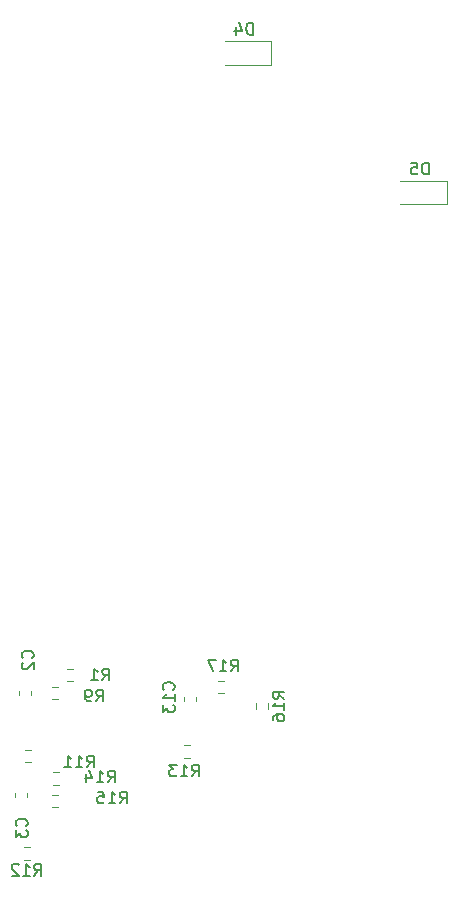
<source format=gbr>
%TF.GenerationSoftware,KiCad,Pcbnew,(6.0.1)*%
%TF.CreationDate,2022-02-14T12:03:47-05:00*%
%TF.ProjectId,rear-control-board,72656172-2d63-46f6-9e74-726f6c2d626f,rev?*%
%TF.SameCoordinates,Original*%
%TF.FileFunction,Legend,Bot*%
%TF.FilePolarity,Positive*%
%FSLAX46Y46*%
G04 Gerber Fmt 4.6, Leading zero omitted, Abs format (unit mm)*
G04 Created by KiCad (PCBNEW (6.0.1)) date 2022-02-14 12:03:47*
%MOMM*%
%LPD*%
G01*
G04 APERTURE LIST*
%ADD10C,0.150000*%
%ADD11C,0.120000*%
G04 APERTURE END LIST*
D10*
%TO.C,D5*%
X130629095Y-48539380D02*
X130629095Y-47539380D01*
X130391000Y-47539380D01*
X130248142Y-47587000D01*
X130152904Y-47682238D01*
X130105285Y-47777476D01*
X130057666Y-47967952D01*
X130057666Y-48110809D01*
X130105285Y-48301285D01*
X130152904Y-48396523D01*
X130248142Y-48491761D01*
X130391000Y-48539380D01*
X130629095Y-48539380D01*
X129152904Y-47539380D02*
X129629095Y-47539380D01*
X129676714Y-48015571D01*
X129629095Y-47967952D01*
X129533857Y-47920333D01*
X129295761Y-47920333D01*
X129200523Y-47967952D01*
X129152904Y-48015571D01*
X129105285Y-48110809D01*
X129105285Y-48348904D01*
X129152904Y-48444142D01*
X129200523Y-48491761D01*
X129295761Y-48539380D01*
X129533857Y-48539380D01*
X129629095Y-48491761D01*
X129676714Y-48444142D01*
%TO.C,D4*%
X115739095Y-36699380D02*
X115739095Y-35699380D01*
X115501000Y-35699380D01*
X115358142Y-35747000D01*
X115262904Y-35842238D01*
X115215285Y-35937476D01*
X115167666Y-36127952D01*
X115167666Y-36270809D01*
X115215285Y-36461285D01*
X115262904Y-36556523D01*
X115358142Y-36651761D01*
X115501000Y-36699380D01*
X115739095Y-36699380D01*
X114310523Y-36032714D02*
X114310523Y-36699380D01*
X114548619Y-35651761D02*
X114786714Y-36366047D01*
X114167666Y-36366047D01*
%TO.C,C2*%
X97082142Y-89488333D02*
X97129761Y-89440714D01*
X97177380Y-89297857D01*
X97177380Y-89202619D01*
X97129761Y-89059761D01*
X97034523Y-88964523D01*
X96939285Y-88916904D01*
X96748809Y-88869285D01*
X96605952Y-88869285D01*
X96415476Y-88916904D01*
X96320238Y-88964523D01*
X96225000Y-89059761D01*
X96177380Y-89202619D01*
X96177380Y-89297857D01*
X96225000Y-89440714D01*
X96272619Y-89488333D01*
X96272619Y-89869285D02*
X96225000Y-89916904D01*
X96177380Y-90012142D01*
X96177380Y-90250238D01*
X96225000Y-90345476D01*
X96272619Y-90393095D01*
X96367857Y-90440714D01*
X96463095Y-90440714D01*
X96605952Y-90393095D01*
X97177380Y-89821666D01*
X97177380Y-90440714D01*
%TO.C,R11*%
X101685857Y-98743380D02*
X102019190Y-98267190D01*
X102257285Y-98743380D02*
X102257285Y-97743380D01*
X101876333Y-97743380D01*
X101781095Y-97791000D01*
X101733476Y-97838619D01*
X101685857Y-97933857D01*
X101685857Y-98076714D01*
X101733476Y-98171952D01*
X101781095Y-98219571D01*
X101876333Y-98267190D01*
X102257285Y-98267190D01*
X100733476Y-98743380D02*
X101304904Y-98743380D01*
X101019190Y-98743380D02*
X101019190Y-97743380D01*
X101114428Y-97886238D01*
X101209666Y-97981476D01*
X101304904Y-98029095D01*
X99781095Y-98743380D02*
X100352523Y-98743380D01*
X100066809Y-98743380D02*
X100066809Y-97743380D01*
X100162047Y-97886238D01*
X100257285Y-97981476D01*
X100352523Y-98029095D01*
%TO.C,R13*%
X110575857Y-99505380D02*
X110909190Y-99029190D01*
X111147285Y-99505380D02*
X111147285Y-98505380D01*
X110766333Y-98505380D01*
X110671095Y-98553000D01*
X110623476Y-98600619D01*
X110575857Y-98695857D01*
X110575857Y-98838714D01*
X110623476Y-98933952D01*
X110671095Y-98981571D01*
X110766333Y-99029190D01*
X111147285Y-99029190D01*
X109623476Y-99505380D02*
X110194904Y-99505380D01*
X109909190Y-99505380D02*
X109909190Y-98505380D01*
X110004428Y-98648238D01*
X110099666Y-98743476D01*
X110194904Y-98791095D01*
X109290142Y-98505380D02*
X108671095Y-98505380D01*
X109004428Y-98886333D01*
X108861571Y-98886333D01*
X108766333Y-98933952D01*
X108718714Y-98981571D01*
X108671095Y-99076809D01*
X108671095Y-99314904D01*
X108718714Y-99410142D01*
X108766333Y-99457761D01*
X108861571Y-99505380D01*
X109147285Y-99505380D01*
X109242523Y-99457761D01*
X109290142Y-99410142D01*
%TO.C,R17*%
X113877857Y-90615380D02*
X114211190Y-90139190D01*
X114449285Y-90615380D02*
X114449285Y-89615380D01*
X114068333Y-89615380D01*
X113973095Y-89663000D01*
X113925476Y-89710619D01*
X113877857Y-89805857D01*
X113877857Y-89948714D01*
X113925476Y-90043952D01*
X113973095Y-90091571D01*
X114068333Y-90139190D01*
X114449285Y-90139190D01*
X112925476Y-90615380D02*
X113496904Y-90615380D01*
X113211190Y-90615380D02*
X113211190Y-89615380D01*
X113306428Y-89758238D01*
X113401666Y-89853476D01*
X113496904Y-89901095D01*
X112592142Y-89615380D02*
X111925476Y-89615380D01*
X112354047Y-90615380D01*
%TO.C,C3*%
X96574142Y-103712333D02*
X96621761Y-103664714D01*
X96669380Y-103521857D01*
X96669380Y-103426619D01*
X96621761Y-103283761D01*
X96526523Y-103188523D01*
X96431285Y-103140904D01*
X96240809Y-103093285D01*
X96097952Y-103093285D01*
X95907476Y-103140904D01*
X95812238Y-103188523D01*
X95717000Y-103283761D01*
X95669380Y-103426619D01*
X95669380Y-103521857D01*
X95717000Y-103664714D01*
X95764619Y-103712333D01*
X95669380Y-104045666D02*
X95669380Y-104664714D01*
X96050333Y-104331380D01*
X96050333Y-104474238D01*
X96097952Y-104569476D01*
X96145571Y-104617095D01*
X96240809Y-104664714D01*
X96478904Y-104664714D01*
X96574142Y-104617095D01*
X96621761Y-104569476D01*
X96669380Y-104474238D01*
X96669380Y-104188523D01*
X96621761Y-104093285D01*
X96574142Y-104045666D01*
%TO.C,R14*%
X103463857Y-100013380D02*
X103797190Y-99537190D01*
X104035285Y-100013380D02*
X104035285Y-99013380D01*
X103654333Y-99013380D01*
X103559095Y-99061000D01*
X103511476Y-99108619D01*
X103463857Y-99203857D01*
X103463857Y-99346714D01*
X103511476Y-99441952D01*
X103559095Y-99489571D01*
X103654333Y-99537190D01*
X104035285Y-99537190D01*
X102511476Y-100013380D02*
X103082904Y-100013380D01*
X102797190Y-100013380D02*
X102797190Y-99013380D01*
X102892428Y-99156238D01*
X102987666Y-99251476D01*
X103082904Y-99299095D01*
X101654333Y-99346714D02*
X101654333Y-100013380D01*
X101892428Y-98965761D02*
X102130523Y-99680047D01*
X101511476Y-99680047D01*
%TO.C,R16*%
X118419380Y-92925642D02*
X117943190Y-92592309D01*
X118419380Y-92354214D02*
X117419380Y-92354214D01*
X117419380Y-92735166D01*
X117467000Y-92830404D01*
X117514619Y-92878023D01*
X117609857Y-92925642D01*
X117752714Y-92925642D01*
X117847952Y-92878023D01*
X117895571Y-92830404D01*
X117943190Y-92735166D01*
X117943190Y-92354214D01*
X118419380Y-93878023D02*
X118419380Y-93306595D01*
X118419380Y-93592309D02*
X117419380Y-93592309D01*
X117562238Y-93497071D01*
X117657476Y-93401833D01*
X117705095Y-93306595D01*
X117419380Y-94735166D02*
X117419380Y-94544690D01*
X117467000Y-94449452D01*
X117514619Y-94401833D01*
X117657476Y-94306595D01*
X117847952Y-94258976D01*
X118228904Y-94258976D01*
X118324142Y-94306595D01*
X118371761Y-94354214D01*
X118419380Y-94449452D01*
X118419380Y-94639928D01*
X118371761Y-94735166D01*
X118324142Y-94782785D01*
X118228904Y-94830404D01*
X117990809Y-94830404D01*
X117895571Y-94782785D01*
X117847952Y-94735166D01*
X117800333Y-94639928D01*
X117800333Y-94449452D01*
X117847952Y-94354214D01*
X117895571Y-94306595D01*
X117990809Y-94258976D01*
%TO.C,R15*%
X104479857Y-101791380D02*
X104813190Y-101315190D01*
X105051285Y-101791380D02*
X105051285Y-100791380D01*
X104670333Y-100791380D01*
X104575095Y-100839000D01*
X104527476Y-100886619D01*
X104479857Y-100981857D01*
X104479857Y-101124714D01*
X104527476Y-101219952D01*
X104575095Y-101267571D01*
X104670333Y-101315190D01*
X105051285Y-101315190D01*
X103527476Y-101791380D02*
X104098904Y-101791380D01*
X103813190Y-101791380D02*
X103813190Y-100791380D01*
X103908428Y-100934238D01*
X104003666Y-101029476D01*
X104098904Y-101077095D01*
X102622714Y-100791380D02*
X103098904Y-100791380D01*
X103146523Y-101267571D01*
X103098904Y-101219952D01*
X103003666Y-101172333D01*
X102765571Y-101172333D01*
X102670333Y-101219952D01*
X102622714Y-101267571D01*
X102575095Y-101362809D01*
X102575095Y-101600904D01*
X102622714Y-101696142D01*
X102670333Y-101743761D01*
X102765571Y-101791380D01*
X103003666Y-101791380D01*
X103098904Y-101743761D01*
X103146523Y-101696142D01*
%TO.C,R1*%
X102987666Y-91377380D02*
X103321000Y-90901190D01*
X103559095Y-91377380D02*
X103559095Y-90377380D01*
X103178142Y-90377380D01*
X103082904Y-90425000D01*
X103035285Y-90472619D01*
X102987666Y-90567857D01*
X102987666Y-90710714D01*
X103035285Y-90805952D01*
X103082904Y-90853571D01*
X103178142Y-90901190D01*
X103559095Y-90901190D01*
X102035285Y-91377380D02*
X102606714Y-91377380D01*
X102321000Y-91377380D02*
X102321000Y-90377380D01*
X102416238Y-90520238D01*
X102511476Y-90615476D01*
X102606714Y-90663095D01*
%TO.C,C13*%
X109020142Y-92167875D02*
X109067761Y-92120256D01*
X109115380Y-91977399D01*
X109115380Y-91882161D01*
X109067761Y-91739304D01*
X108972523Y-91644066D01*
X108877285Y-91596447D01*
X108686809Y-91548828D01*
X108543952Y-91548828D01*
X108353476Y-91596447D01*
X108258238Y-91644066D01*
X108163000Y-91739304D01*
X108115380Y-91882161D01*
X108115380Y-91977399D01*
X108163000Y-92120256D01*
X108210619Y-92167875D01*
X109115380Y-93120256D02*
X109115380Y-92548828D01*
X109115380Y-92834542D02*
X108115380Y-92834542D01*
X108258238Y-92739304D01*
X108353476Y-92644066D01*
X108401095Y-92548828D01*
X108115380Y-93453590D02*
X108115380Y-94072637D01*
X108496333Y-93739304D01*
X108496333Y-93882161D01*
X108543952Y-93977399D01*
X108591571Y-94025018D01*
X108686809Y-94072637D01*
X108924904Y-94072637D01*
X109020142Y-94025018D01*
X109067761Y-93977399D01*
X109115380Y-93882161D01*
X109115380Y-93596447D01*
X109067761Y-93501209D01*
X109020142Y-93453590D01*
%TO.C,R12*%
X97240857Y-107920380D02*
X97574190Y-107444190D01*
X97812285Y-107920380D02*
X97812285Y-106920380D01*
X97431333Y-106920380D01*
X97336095Y-106968000D01*
X97288476Y-107015619D01*
X97240857Y-107110857D01*
X97240857Y-107253714D01*
X97288476Y-107348952D01*
X97336095Y-107396571D01*
X97431333Y-107444190D01*
X97812285Y-107444190D01*
X96288476Y-107920380D02*
X96859904Y-107920380D01*
X96574190Y-107920380D02*
X96574190Y-106920380D01*
X96669428Y-107063238D01*
X96764666Y-107158476D01*
X96859904Y-107206095D01*
X95907523Y-107015619D02*
X95859904Y-106968000D01*
X95764666Y-106920380D01*
X95526571Y-106920380D01*
X95431333Y-106968000D01*
X95383714Y-107015619D01*
X95336095Y-107110857D01*
X95336095Y-107206095D01*
X95383714Y-107348952D01*
X95955142Y-107920380D01*
X95336095Y-107920380D01*
%TO.C,R9*%
X102479666Y-93155380D02*
X102813000Y-92679190D01*
X103051095Y-93155380D02*
X103051095Y-92155380D01*
X102670142Y-92155380D01*
X102574904Y-92203000D01*
X102527285Y-92250619D01*
X102479666Y-92345857D01*
X102479666Y-92488714D01*
X102527285Y-92583952D01*
X102574904Y-92631571D01*
X102670142Y-92679190D01*
X103051095Y-92679190D01*
X102003476Y-93155380D02*
X101813000Y-93155380D01*
X101717761Y-93107761D01*
X101670142Y-93060142D01*
X101574904Y-92917285D01*
X101527285Y-92726809D01*
X101527285Y-92345857D01*
X101574904Y-92250619D01*
X101622523Y-92203000D01*
X101717761Y-92155380D01*
X101908238Y-92155380D01*
X102003476Y-92203000D01*
X102051095Y-92250619D01*
X102098714Y-92345857D01*
X102098714Y-92583952D01*
X102051095Y-92679190D01*
X102003476Y-92726809D01*
X101908238Y-92774428D01*
X101717761Y-92774428D01*
X101622523Y-92726809D01*
X101574904Y-92679190D01*
X101527285Y-92583952D01*
D11*
%TO.C,D5*%
X132141000Y-51087000D02*
X128241000Y-51087000D01*
X132141000Y-49087000D02*
X132141000Y-51087000D01*
X132141000Y-49087000D02*
X128241000Y-49087000D01*
%TO.C,D4*%
X117251000Y-37247000D02*
X117251000Y-39247000D01*
X117251000Y-37247000D02*
X113351000Y-37247000D01*
X117251000Y-39247000D02*
X113351000Y-39247000D01*
%TO.C,C2*%
X95961000Y-92595267D02*
X95961000Y-92302733D01*
X96981000Y-92595267D02*
X96981000Y-92302733D01*
%TO.C,R11*%
X96470276Y-98305500D02*
X96979724Y-98305500D01*
X96470276Y-97260500D02*
X96979724Y-97260500D01*
%TO.C,R13*%
X109932276Y-97924500D02*
X110441724Y-97924500D01*
X109932276Y-96879500D02*
X110441724Y-96879500D01*
%TO.C,R17*%
X112829776Y-91418500D02*
X113339224Y-91418500D01*
X112829776Y-92463500D02*
X113339224Y-92463500D01*
%TO.C,C3*%
X96600000Y-101231267D02*
X96600000Y-100938733D01*
X95580000Y-101231267D02*
X95580000Y-100938733D01*
%TO.C,R14*%
X98859776Y-99165500D02*
X99369224Y-99165500D01*
X98859776Y-100210500D02*
X99369224Y-100210500D01*
%TO.C,R16*%
X116014500Y-93823224D02*
X116014500Y-93313776D01*
X117059500Y-93823224D02*
X117059500Y-93313776D01*
%TO.C,R15*%
X98756276Y-101070500D02*
X99265724Y-101070500D01*
X98756276Y-102115500D02*
X99265724Y-102115500D01*
%TO.C,R1*%
X100026276Y-91447500D02*
X100535724Y-91447500D01*
X100026276Y-90402500D02*
X100535724Y-90402500D01*
%TO.C,C13*%
X110951000Y-93103267D02*
X110951000Y-92810733D01*
X109931000Y-93103267D02*
X109931000Y-92810733D01*
%TO.C,R12*%
X96343276Y-106560500D02*
X96852724Y-106560500D01*
X96343276Y-105515500D02*
X96852724Y-105515500D01*
%TO.C,R9*%
X98756276Y-92971500D02*
X99265724Y-92971500D01*
X98756276Y-91926500D02*
X99265724Y-91926500D01*
%TD*%
M02*

</source>
